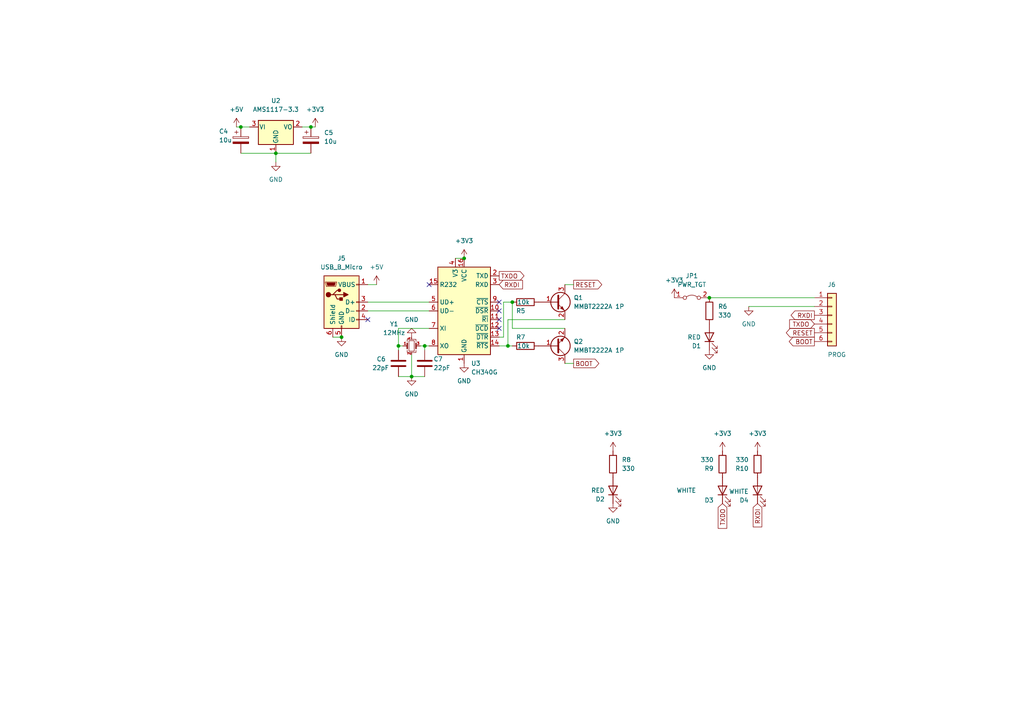
<source format=kicad_sch>
(kicad_sch (version 20211123) (generator eeschema)
  (paper "A4")
  (lib_symbols
    (symbol "Connector:USB_B_Micro" (pin_names (offset 1.016))
      (property "Reference" "J" (at -5.08 11.43 0))
      (property "Value" "USB_B_Micro" (at -5.08 8.89 0))
      (symbol "USB_B_Micro_0_1"
        (rectangle (start -5.08 -7.62) (end 5.08 7.62) (stroke (width 0.254)) (fill (type background)))
        (circle (center -3.81 2.159) (radius 0.635) (stroke (width 0.254)) (fill (type outline)))
        (circle (center -0.635 3.429) (radius 0.381) (stroke (width 0.254)) (fill (type outline)))
        (rectangle (start -0.127 -7.62) (end 0.127 -6.858))
        (polyline (pts (xy -1.905 2.159) (xy 0.635 2.159)) (stroke (width 0.254)))
        (polyline (pts (xy -3.175 2.159) (xy -2.54 2.159) (xy -1.27 3.429) (xy -0.635 3.429)) (stroke (width 0.254)))
        (polyline (pts (xy -2.54 2.159) (xy -1.905 2.159) (xy -1.27 0.889) (xy 0 0.889)) (stroke (width 0.254)))
        (polyline (pts (xy 0.635 2.794) (xy 0.635 1.524) (xy 1.905 2.159) (xy 0.635 2.794)) (stroke (width 0.254)) (fill (type outline)))
        (polyline (pts (xy -4.318 5.588) (xy -1.778 5.588) (xy -2.032 4.826) (xy -4.064 4.826) (xy -4.318 5.588)) (fill (type outline)))
        (polyline (pts (xy -4.699 5.842) (xy -4.699 5.588) (xy -4.445 4.826) (xy -4.445 4.572) (xy -1.651 4.572) (xy -1.651 4.826) (xy -1.397 5.588) (xy -1.397 5.842) (xy -4.699 5.842)))
        (rectangle (start 0.254 1.27) (end -0.508 0.508) (stroke (width 0.254)) (fill (type outline)))
        (rectangle (start 5.08 -5.207) (end 4.318 -4.953))
        (rectangle (start 5.08 -2.667) (end 4.318 -2.413))
        (rectangle (start 5.08 -0.127) (end 4.318 0.127))
        (rectangle (start 5.08 4.953) (end 4.318 5.207))
      )
      (symbol "USB_B_Micro_1_1"
        (pin power_out line (at 7.62 5.08 180) (length 2.54) (name "VBUS") (number "1"))
        (pin bidirectional line (at 7.62 -2.54 180) (length 2.54) (name "D-") (number "2"))
        (pin bidirectional line (at 7.62 0 180) (length 2.54) (name "D+") (number "3"))
        (pin passive line (at 7.62 -5.08 180) (length 2.54) (name "ID") (number "4"))
        (pin power_out line (at 0 -10.16 90) (length 2.54) (name "GND") (number "5"))
        (pin passive line (at -2.54 -10.16 90) (length 2.54) (name "Shield") (number "6"))
      )
    )
    (symbol "Connector_Generic:Conn_01x06" (pin_names (offset 1.016) hide)
      (property "Reference" "J" (at 0 7.62 0))
      (property "Value" "Conn_01x06" (at 0 -10.16 0))
      (symbol "Conn_01x06_1_1"
        (rectangle (start -1.27 -7.493) (end 0 -7.747) (stroke (width 0.1524)))
        (rectangle (start -1.27 -4.953) (end 0 -5.207) (stroke (width 0.1524)))
        (rectangle (start -1.27 -2.413) (end 0 -2.667) (stroke (width 0.1524)))
        (rectangle (start -1.27 0.127) (end 0 -0.127) (stroke (width 0.1524)))
        (rectangle (start -1.27 2.667) (end 0 2.413) (stroke (width 0.1524)))
        (rectangle (start -1.27 5.207) (end 0 4.953) (stroke (width 0.1524)))
        (rectangle (start -1.27 6.35) (end 1.27 -8.89) (stroke (width 0.254)) (fill (type background)))
        (pin passive line (at -5.08 5.08 0) (length 3.81) (name "Pin_1") (number "1"))
        (pin passive line (at -5.08 2.54 0) (length 3.81) (name "Pin_2") (number "2"))
        (pin passive line (at -5.08 0 0) (length 3.81) (name "Pin_3") (number "3"))
        (pin passive line (at -5.08 -2.54 0) (length 3.81) (name "Pin_4") (number "4"))
        (pin passive line (at -5.08 -5.08 0) (length 3.81) (name "Pin_5") (number "5"))
        (pin passive line (at -5.08 -7.62 0) (length 3.81) (name "Pin_6") (number "6"))
      )
    )
    (symbol "Device:C" (pin_numbers hide) (pin_names (offset 0.254))
      (property "Reference" "C" (at 0.635 2.54 0))
      (property "Value" "C" (at 0.635 -2.54 0))
      (symbol "C_0_1"
        (polyline (pts (xy -2.032 -0.762) (xy 2.032 -0.762)) (stroke (width 0.508)))
        (polyline (pts (xy -2.032 0.762) (xy 2.032 0.762)) (stroke (width 0.508)))
      )
      (symbol "C_1_1"
        (pin passive line (at 0 3.81 270) (length 2.794) (name "~") (number "1"))
        (pin passive line (at 0 -3.81 90) (length 2.794) (name "~") (number "2"))
      )
    )
    (symbol "Device:C_Polarized" (pin_numbers hide) (pin_names (offset 0.254))
      (property "Reference" "C" (at 0.635 2.54 0))
      (property "Value" "C_Polarized" (at 0.635 -2.54 0))
      (symbol "C_Polarized_0_1"
        (rectangle (start -2.286 0.508) (end 2.286 1.016))
        (polyline (pts (xy -1.778 2.286) (xy -0.762 2.286)))
        (polyline (pts (xy -1.27 2.794) (xy -1.27 1.778)))
        (rectangle (start 2.286 -0.508) (end -2.286 -1.016) (fill (type outline)))
      )
      (symbol "C_Polarized_1_1"
        (pin passive line (at 0 3.81 270) (length 2.794) (name "~") (number "1"))
        (pin passive line (at 0 -3.81 90) (length 2.794) (name "~") (number "2"))
      )
    )
    (symbol "Device:Crystal_GND24_Small" (pin_names (offset 1.016) hide)
      (property "Reference" "Y" (at 1.27 4.445 0))
      (property "Value" "Crystal_GND24_Small" (at 1.27 2.54 0))
      (symbol "Crystal_GND24_Small_0_1"
        (rectangle (start -0.762 -1.524) (end 0.762 1.524))
        (polyline (pts (xy -1.27 -0.762) (xy -1.27 0.762)) (stroke (width 0.381)))
        (polyline (pts (xy 1.27 -0.762) (xy 1.27 0.762)) (stroke (width 0.381)))
        (polyline (pts (xy -1.27 -1.27) (xy -1.27 -1.905) (xy 1.27 -1.905) (xy 1.27 -1.27)))
        (polyline (pts (xy -1.27 1.27) (xy -1.27 1.905) (xy 1.27 1.905) (xy 1.27 1.27)))
      )
      (symbol "Crystal_GND24_Small_1_1"
        (pin passive line (at -2.54 0 0) (length 1.27) (name "1") (number "1"))
        (pin passive line (at 0 -2.54 90) (length 0.635) (name "2") (number "2"))
        (pin passive line (at 2.54 0 180) (length 1.27) (name "3") (number "3"))
        (pin passive line (at 0 2.54 270) (length 0.635) (name "4") (number "4"))
      )
    )
    (symbol "Device:LED" (pin_numbers hide) (pin_names (offset 1.016) hide)
      (property "Reference" "D" (at 0 2.54 0))
      (property "Value" "LED" (at 0 -2.54 0))
      (symbol "LED_0_1"
        (polyline (pts (xy -1.27 -1.27) (xy -1.27 1.27)) (stroke (width 0.254)))
        (polyline (pts (xy -1.27 0) (xy 1.27 0)))
        (polyline (pts (xy 1.27 -1.27) (xy 1.27 1.27) (xy -1.27 0) (xy 1.27 -1.27)) (stroke (width 0.254)))
        (polyline (pts (xy -3.048 -0.762) (xy -4.572 -2.286) (xy -3.81 -2.286) (xy -4.572 -2.286) (xy -4.572 -1.524)))
        (polyline (pts (xy -1.778 -0.762) (xy -3.302 -2.286) (xy -2.54 -2.286) (xy -3.302 -2.286) (xy -3.302 -1.524)))
      )
      (symbol "LED_1_1"
        (pin passive line (at -3.81 0 0) (length 2.54) (name "K") (number "1"))
        (pin passive line (at 3.81 0 180) (length 2.54) (name "A") (number "2"))
      )
    )
    (symbol "Device:R" (pin_numbers hide) (pin_names (offset 0))
      (property "Reference" "R" (at 2.032 0 90))
      (property "Value" "R" (at 0 0 90))
      (symbol "R_0_1"
        (rectangle (start -1.016 -2.54) (end 1.016 2.54) (stroke (width 0.254)))
      )
      (symbol "R_1_1"
        (pin passive line (at 0 3.81 270) (length 1.27) (name "~") (number "1"))
        (pin passive line (at 0 -3.81 90) (length 1.27) (name "~") (number "2"))
      )
    )
    (symbol "Interface_USB:CH340G"
      (property "Reference" "U" (at -5.08 13.97 0))
      (property "Value" "CH340G" (at 1.27 13.97 0))
      (symbol "CH340G_0_1"
        (rectangle (start -7.62 12.7) (end 7.62 -12.7) (stroke (width 0.254)) (fill (type background)))
      )
      (symbol "CH340G_1_1"
        (pin power_in line (at 0 -15.24 90) (length 2.54) (name "GND") (number "1"))
        (pin input line (at 10.16 0 180) (length 2.54) (name "~{DSR}") (number "10"))
        (pin input line (at 10.16 -2.54 180) (length 2.54) (name "~{RI}") (number "11"))
        (pin input line (at 10.16 -5.08 180) (length 2.54) (name "~{DCD}") (number "12"))
        (pin output line (at 10.16 -7.62 180) (length 2.54) (name "~{DTR}") (number "13"))
        (pin output line (at 10.16 -10.16 180) (length 2.54) (name "~{RTS}") (number "14"))
        (pin input line (at -10.16 7.62 0) (length 2.54) (name "R232") (number "15"))
        (pin power_in line (at 0 15.24 270) (length 2.54) (name "VCC") (number "16"))
        (pin output line (at 10.16 10.16 180) (length 2.54) (name "TXD") (number "2"))
        (pin input line (at 10.16 7.62 180) (length 2.54) (name "RXD") (number "3"))
        (pin passive line (at -2.54 15.24 270) (length 2.54) (name "V3") (number "4"))
        (pin bidirectional line (at -10.16 2.54 0) (length 2.54) (name "UD+") (number "5"))
        (pin bidirectional line (at -10.16 0 0) (length 2.54) (name "UD-") (number "6"))
        (pin input line (at -10.16 -5.08 0) (length 2.54) (name "XI") (number "7"))
        (pin output line (at -10.16 -10.16 0) (length 2.54) (name "XO") (number "8"))
        (pin input line (at 10.16 2.54 180) (length 2.54) (name "~{CTS}") (number "9"))
      )
    )
    (symbol "Jumper:Jumper_2_Bridged" (pin_names (offset 0) hide)
      (property "Reference" "JP" (at 0 1.905 0))
      (property "Value" "Jumper_2_Bridged" (at 0 -2.54 0))
      (symbol "Jumper_2_Bridged_0_0"
        (circle (center -2.032 0) (radius 0.508))
        (circle (center 2.032 0) (radius 0.508))
      )
      (symbol "Jumper_2_Bridged_0_1"
        (arc (start 1.524 0.254) (mid 0 0.762) (end -1.524 0.254))
      )
      (symbol "Jumper_2_Bridged_1_1"
        (pin passive line (at -5.08 0 0) (length 2.54) (name "A") (number "1"))
        (pin passive line (at 5.08 0 180) (length 2.54) (name "B") (number "2"))
      )
    )
    (symbol "Regulator_Linear:AMS1117-3.3" (pin_names (offset 0.254))
      (property "Reference" "U" (at -3.81 3.175 0))
      (property "Value" "AMS1117-3.3" (at 0 3.175 0))
      (symbol "AMS1117-3.3_0_1"
        (rectangle (start -5.08 -5.08) (end 5.08 1.905) (stroke (width 0.254)) (fill (type background)))
      )
      (symbol "AMS1117-3.3_1_1"
        (pin power_in line (at 0 -7.62 90) (length 2.54) (name "GND") (number "1"))
        (pin power_out line (at 7.62 0 180) (length 2.54) (name "VO") (number "2"))
        (pin power_in line (at -7.62 0 0) (length 2.54) (name "VI") (number "3"))
      )
    )
    (symbol "Transistor_BJT:MMBT5551L" (pin_names (offset 0) hide)
      (property "Reference" "Q" (at 5.08 1.905 0))
      (property "Value" "MMBT5551L" (at 5.08 0 0))
      (symbol "MMBT5551L_0_1"
        (polyline (pts (xy 0.635 0.635) (xy 2.54 2.54)))
        (polyline (pts (xy 0.635 -0.635) (xy 2.54 -2.54) (xy 2.54 -2.54)))
        (polyline (pts (xy 0.635 1.905) (xy 0.635 -1.905) (xy 0.635 -1.905)) (stroke (width 0.508)))
        (polyline (pts (xy 1.27 -1.778) (xy 1.778 -1.27) (xy 2.286 -2.286) (xy 1.27 -1.778) (xy 1.27 -1.778)) (fill (type outline)))
        (circle (center 1.27 0) (radius 2.8194) (stroke (width 0.254)))
      )
      (symbol "MMBT5551L_1_1"
        (pin input line (at -5.08 0 0) (length 5.715) (name "B") (number "1"))
        (pin passive line (at 2.54 -5.08 90) (length 2.54) (name "E") (number "2"))
        (pin passive line (at 2.54 5.08 270) (length 2.54) (name "C") (number "3"))
      )
    )
    (symbol "power:+3V3" (power) (pin_names (offset 0))
      (property "Value" "+3V3" (at 0 3.556 0))
      (symbol "+3V3_0_1"
        (polyline (pts (xy -0.762 1.27) (xy 0 2.54)))
        (polyline (pts (xy 0 0) (xy 0 2.54)))
        (polyline (pts (xy 0 2.54) (xy 0.762 1.27)))
      )
      (symbol "+3V3_1_1"
        (pin power_in line (at 0 0 90) (length 0) hide (name "+3V3") (number "1"))
      )
    )
    (symbol "power:+5V" (power) (pin_names (offset 0))
      (property "Value" "+5V" (at 0 3.556 0))
      (symbol "+5V_0_1"
        (polyline (pts (xy -0.762 1.27) (xy 0 2.54)))
        (polyline (pts (xy 0 0) (xy 0 2.54)))
        (polyline (pts (xy 0 2.54) (xy 0.762 1.27)))
      )
      (symbol "+5V_1_1"
        (pin power_in line (at 0 0 90) (length 0) hide (name "+5V") (number "1"))
      )
    )
    (symbol "power:GND" (power) (pin_names (offset 0))
      (property "Value" "GND" (at 0 -3.81 0))
      (symbol "GND_0_1"
        (polyline (pts (xy 0 0) (xy 0 -1.27) (xy 1.27 -1.27) (xy 0 -2.54) (xy -1.27 -1.27) (xy 0 -1.27)))
      )
      (symbol "GND_1_1"
        (pin power_in line (at 0 0 270) (length 0) hide (name "GND") (number "1"))
      )
    )
  )
  (junction (at 69.85 36.83))
  (junction (at 147.32 100.33))
  (junction (at 123.19 100.33))
  (junction (at 80.01 44.45))
  (junction (at 119.38 109.22))
  (junction (at 115.57 100.33))
  (junction (at 134.62 74.93))
  (junction (at 90.17 36.83))
  (junction (at 205.74 86.36))
  (junction (at 148.59 87.63))
  (junction (at 99.06 97.79))
  (no_connect (at 144.78 95.25))
  (no_connect (at 144.78 92.71))
  (no_connect (at 144.78 90.17))
  (no_connect (at 144.78 87.63))
  (no_connect (at 106.68 92.71))
  (no_connect (at 124.46 82.55))
  (wire (pts (xy 96.52 97.79) (xy 99.06 97.79)))
  (wire (pts (xy 147.32 100.33) (xy 148.59 100.33)))
  (wire (pts (xy 90.17 36.83) (xy 91.44 36.83)))
  (wire (pts (xy 163.83 105.41) (xy 166.37 105.41)))
  (wire (pts (xy 217.17 88.9) (xy 236.22 88.9)))
  (wire (pts (xy 119.38 102.87) (xy 119.38 109.22)))
  (wire (pts (xy 80.01 44.45) (xy 80.01 46.99)))
  (wire (pts (xy 146.05 87.63) (xy 148.59 87.63)))
  (wire (pts (xy 115.57 100.33) (xy 115.57 95.25)))
  (wire (pts (xy 144.78 100.33) (xy 147.32 100.33)))
  (wire (pts (xy 163.83 92.71) (xy 147.32 92.71)))
  (wire (pts (xy 147.32 92.71) (xy 147.32 100.33)))
  (wire (pts (xy 123.19 100.33) (xy 124.46 100.33)))
  (wire (pts (xy 132.08 74.93) (xy 134.62 74.93)))
  (wire (pts (xy 87.63 36.83) (xy 90.17 36.83)))
  (wire (pts (xy 69.85 36.83) (xy 72.39 36.83)))
  (wire (pts (xy 123.19 100.33) (xy 123.19 101.6)))
  (wire (pts (xy 205.74 86.36) (xy 236.22 86.36)))
  (wire (pts (xy 148.59 95.25) (xy 148.59 87.63)))
  (wire (pts (xy 69.85 44.45) (xy 80.01 44.45)))
  (wire (pts (xy 163.83 95.25) (xy 148.59 95.25)))
  (wire (pts (xy 119.38 109.22) (xy 123.19 109.22)))
  (wire (pts (xy 115.57 95.25) (xy 124.46 95.25)))
  (wire (pts (xy 146.05 97.79) (xy 146.05 87.63)))
  (wire (pts (xy 115.57 101.6) (xy 115.57 100.33)))
  (wire (pts (xy 106.68 90.17) (xy 124.46 90.17)))
  (wire (pts (xy 115.57 109.22) (xy 119.38 109.22)))
  (wire (pts (xy 106.68 87.63) (xy 124.46 87.63)))
  (wire (pts (xy 163.83 82.55) (xy 166.37 82.55)))
  (wire (pts (xy 80.01 44.45) (xy 90.17 44.45)))
  (wire (pts (xy 115.57 100.33) (xy 116.84 100.33)))
  (wire (pts (xy 144.78 97.79) (xy 146.05 97.79)))
  (wire (pts (xy 68.58 36.83) (xy 69.85 36.83)))
  (wire (pts (xy 121.92 100.33) (xy 123.19 100.33)))
  (wire (pts (xy 106.68 82.55) (xy 109.22 82.55)))
  (global_label "RXDI" (shape input) (at 219.71 146.05 270) (property "Intersheet References" "${INTERSHEET_REFS}" (effects hide)))
  (global_label "TXDO" (shape output) (at 144.78 80.01 0) (property "Intersheet References" "${INTERSHEET_REFS}" (effects hide)))
  (global_label "RESET" (shape output) (at 236.22 96.52 180) (property "Intersheet References" "${INTERSHEET_REFS}" (effects hide)))
  (global_label "RXDI" (shape input) (at 144.78 82.55 0) (property "Intersheet References" "${INTERSHEET_REFS}" (effects hide)))
  (global_label "RXDI" (shape output) (at 236.22 91.44 180) (property "Intersheet References" "${INTERSHEET_REFS}" (effects hide)))
  (global_label "BOOT" (shape output) (at 236.22 99.06 180) (property "Intersheet References" "${INTERSHEET_REFS}" (effects hide)))
  (global_label "TXDO" (shape input) (at 209.55 146.05 270) (property "Intersheet References" "${INTERSHEET_REFS}" (effects hide)))
  (global_label "TXDO" (shape input) (at 236.22 93.98 180) (property "Intersheet References" "${INTERSHEET_REFS}" (effects hide)))
  (global_label "RESET" (shape output) (at 166.37 82.55 0) (property "Intersheet References" "${INTERSHEET_REFS}" (effects hide)))
  (global_label "BOOT" (shape output) (at 166.37 105.41 0) (property "Intersheet References" "${INTERSHEET_REFS}" (effects hide)))
  (symbol (lib_id "Device:R") (at 152.4 87.63 90) (unit 1)
    (property "Reference" "R5" (at 152.4 90.17 90) (effects (justify left)))
    (property "Value" "10k" (at 153.67 87.63 90) (effects (justify left)))
    (property "Footprint" "Resistor_SMD:R_0603_1608Metric" (effects hide))
    (property "LCSC" "C25804" (effects hide))
  )
  (symbol (lib_id "Device:R") (at 205.74 90.17 0) (unit 1)
    (property "Reference" "R6" (at 208.28 88.8999 0) (effects (justify left)))
    (property "Value" "330" (at 208.28 91.4399 0) (effects (justify left)))
    (property "Footprint" "Resistor_SMD:R_0603_1608Metric" (effects hide))
    (property "LCSC" "C23138" (effects hide))
  )
  (symbol (lib_id "power:GND") (at 205.74 101.6 0) (unit 1)
    (property "Reference" "#PWR026" (effects hide))
    (property "Value" "GND" (at 205.74 106.68 0))
  )
  (symbol (lib_id "Device:C_Polarized") (at 69.85 40.64 0) (unit 1)
    (property "Reference" "C4" (at 63.5 38.1 0) (effects (justify left)))
    (property "Value" "10u" (at 63.5 40.64 0) (effects (justify left)))
    (property "Footprint" "Capacitor_Tantalum_SMD:CP_EIA-3216-18_Kemet-A" (effects hide))
    (property "LCSC" "C7171" (effects hide))
    (property "JLCPCB_CORRECTION" "0; 0; 180" (effects hide))
  )
  (symbol (lib_id "Device:LED") (at 209.55 142.24 90) (unit 1)
    (property "Reference" "D3" (at 207.01 145.0976 90) (effects (justify left)))
    (property "Value" "WHITE" (at 201.93 142.24 90) (effects (justify left)))
    (property "Footprint" "LED_SMD:LED_0603_1608Metric" (effects hide))
    (property "LCSC" "C2290" (effects hide))
  )
  (symbol (lib_id "Device:LED") (at 219.71 142.24 90) (unit 1)
    (property "Reference" "D4" (at 217.17 145.0976 90) (effects (justify left)))
    (property "Value" "WHITE" (at 217.17 142.5576 90) (effects (justify left)))
    (property "Footprint" "LED_SMD:LED_0603_1608Metric" (effects hide))
    (property "LCSC" "C2290" (effects hide))
  )
  (symbol (lib_id "power:GND") (at 177.8 146.05 0) (unit 1)
    (property "Reference" "#PWR032" (effects hide))
    (property "Value" "GND" (at 177.8 151.13 0))
  )
  (symbol (lib_id "Device:C_Polarized") (at 90.17 40.64 0) (unit 1)
    (property "Reference" "C5" (at 93.98 38.4809 0) (effects (justify left)))
    (property "Value" "10u" (at 93.98 41.0209 0) (effects (justify left)))
    (property "Footprint" "Capacitor_Tantalum_SMD:CP_EIA-3216-18_Kemet-A" (effects hide))
    (property "LCSC" "C7171" (effects hide))
    (property "JLCPCB_CORRECTION" "0; 0; 180" (effects hide))
  )
  (symbol (lib_id "Device:R") (at 209.55 134.62 180) (unit 1)
    (property "Reference" "R9" (at 207.01 135.8901 0) (effects (justify left)))
    (property "Value" "330" (at 207.01 133.3501 0) (effects (justify left)))
    (property "Footprint" "Resistor_SMD:R_0603_1608Metric" (effects hide))
    (property "LCSC" "C23138" (effects hide))
  )
  (symbol (lib_id "power:+3V3") (at 177.8 130.81 0) (unit 1)
    (property "Reference" "#PWR029" (effects hide))
    (property "Value" "+3V3" (at 177.8 125.73 0))
  )
  (symbol (lib_id "power:GND") (at 134.62 105.41 0) (unit 1)
    (property "Reference" "#PWR027" (effects hide))
    (property "Value" "GND" (at 134.62 110.49 0))
  )
  (symbol (lib_id "Device:LED") (at 205.74 97.79 90) (unit 1)
    (property "Reference" "D1" (at 200.66 100.33 90) (effects (justify right)))
    (property "Value" "RED" (at 199.39 97.79 90) (effects (justify right)))
    (property "Footprint" "LED_SMD:LED_0603_1608Metric" (effects hide))
    (property "LCSC" "C2286" (effects hide))
  )
  (symbol (lib_id "Connector:USB_B_Micro") (at 99.06 87.63 0) (unit 1)
    (property "Reference" "J5" (at 99.06 74.93 0))
    (property "Value" "USB_B_Micro" (at 99.06 77.47 0))
    (property "Footprint" "USB Micro-B:XKB_U254_051N_4BH806" (effects hide))
    (property "LCSC" "C319170" (effects hide))
    (property "JLCPCB_CORRECTION" "0; 0; 270" (effects hide))
  )
  (symbol (lib_id "Device:R") (at 219.71 134.62 180) (unit 1)
    (property "Reference" "R10" (at 217.17 135.8901 0) (effects (justify left)))
    (property "Value" "330" (at 217.17 133.3501 0) (effects (justify left)))
    (property "Footprint" "Resistor_SMD:R_0603_1608Metric" (effects hide))
    (property "LCSC" "C23138" (effects hide))
  )
  (symbol (lib_id "Device:R") (at 177.8 134.62 0) (unit 1)
    (property "Reference" "R8" (at 180.34 133.3499 0) (effects (justify left)))
    (property "Value" "330" (at 180.34 135.8899 0) (effects (justify left)))
    (property "Footprint" "Resistor_SMD:R_0603_1608Metric" (effects hide))
    (property "LCSC" "C23138" (effects hide))
  )
  (symbol (lib_id "power:GND") (at 80.01 46.99 0) (unit 1)
    (property "Reference" "#PWR019" (effects hide))
    (property "Value" "GND" (at 80.01 52.07 0))
  )
  (symbol (lib_id "Transistor_BJT:MMBT5551L") (at 161.29 87.63 0) (unit 1)
    (property "Reference" "Q1" (at 166.37 86.3599 0) (effects (justify left)))
    (property "Value" "MMBT2222A 1P" (at 166.37 88.8999 0) (effects (justify left)))
    (property "Footprint" "Package_TO_SOT_SMD:SOT-23" (effects hide))
    (property "Datasheet" "https://datasheet.lcsc.com/lcsc/1811081957_Jiangsu-Changjing-Electronics-Technology-Co---Ltd--MMBT2222A-1P_C8512.pdf" (effects hide))
    (property "LCSC" "C8512" (effects hide))
    (property "JLCPCB_CORRECTION" "0; 0; 180" (effects hide))
  )
  (symbol (lib_id "power:+5V") (at 109.22 82.55 0) (unit 1)
    (property "Reference" "#PWR021" (effects hide))
    (property "Value" "+5V" (at 109.22 77.47 0))
  )
  (symbol (lib_id "Device:Crystal_GND24_Small") (at 119.38 100.33 0) (unit 1)
    (property "Reference" "Y1" (at 114.3 93.98 0))
    (property "Value" "12MHz" (at 114.3 96.52 0))
    (property "Footprint" "Crystal:Crystal_SMD_3225-4Pin_3.2x2.5mm" (effects hide))
    (property "LCSC" "C9002" (effects hide))
  )
  (symbol (lib_id "Jumper:Jumper_2_Bridged") (at 200.66 86.36 0) (unit 1)
    (property "Reference" "JP1" (at 200.66 80.01 0))
    (property "Value" "PWR_TGT" (at 200.66 82.55 0))
    (property "Footprint" "Connector_PinHeader_2.54mm:PinHeader_1x02_P2.54mm_Vertical" (effects hide))
  )
  (symbol (lib_id "power:+3V3") (at 219.71 130.81 0) (unit 1)
    (property "Reference" "#PWR031" (effects hide))
    (property "Value" "+3V3" (at 219.71 125.73 0))
  )
  (symbol (lib_id "Device:LED") (at 177.8 142.24 90) (unit 1)
    (property "Reference" "D2" (at 172.72 144.78 90) (effects (justify right)))
    (property "Value" "RED" (at 171.45 142.24 90) (effects (justify right)))
    (property "Footprint" "LED_SMD:LED_0603_1608Metric" (effects hide))
    (property "LCSC" "C2286" (effects hide))
  )
  (symbol (lib_id "Device:R") (at 152.4 100.33 90) (unit 1)
    (property "Reference" "R7" (at 152.4 97.79 90) (effects (justify left)))
    (property "Value" "10k" (at 153.67 100.33 90) (effects (justify left)))
    (property "Footprint" "Resistor_SMD:R_0603_1608Metric" (effects hide))
    (property "LCSC" "C25804" (effects hide))
  )
  (symbol (lib_id "Transistor_BJT:MMBT5551L") (at 161.29 100.33 0) (mirror x) (unit 1)
    (property "Reference" "Q2" (at 166.37 99.0599 0) (effects (justify left)))
    (property "Value" "MMBT2222A 1P" (at 166.37 101.5999 0) (effects (justify left)))
    (property "Footprint" "Package_TO_SOT_SMD:SOT-23" (effects hide))
    (property "Datasheet" "https://datasheet.lcsc.com/lcsc/1811081957_Jiangsu-Changjing-Electronics-Technology-Co---Ltd--MMBT2222A-1P_C8512.pdf" (effects hide))
    (property "LCSC" "C8512" (effects hide))
    (property "JLCPCB_CORRECTION" "0; 0; 180" (effects hide))
  )
  (symbol (lib_id "power:+5V") (at 68.58 36.83 0) (unit 1)
    (property "Reference" "#PWR017" (effects hide))
    (property "Value" "+5V" (at 68.58 31.75 0))
  )
  (symbol (lib_id "power:+3V3") (at 134.62 74.93 0) (unit 1)
    (property "Reference" "#PWR020" (effects hide))
    (property "Value" "+3V3" (at 134.62 69.85 0))
  )
  (symbol (lib_id "Device:C") (at 123.19 105.41 0) (unit 1)
    (property "Reference" "C7" (at 125.73 104.14 0) (effects (justify left)))
    (property "Value" "22pF" (at 125.73 106.68 0) (effects (justify left)))
    (property "Footprint" "Capacitor_SMD:C_0402_1005Metric" (effects hide))
    (property "LCSC" "C1555" (effects hide))
  )
  (symbol (lib_id "Interface_USB:CH340G") (at 134.62 90.17 0) (unit 1)
    (property "Reference" "U3" (at 136.6394 105.41 0) (effects (justify left)))
    (property "Value" "CH340G" (at 136.6394 107.95 0) (effects (justify left)))
    (property "Footprint" "Package_SO:SOIC-16_3.9x9.9mm_P1.27mm" (effects hide))
    (property "Datasheet" "http://www.datasheet5.com/pdf-local-2195953" (effects hide))
    (property "LCSC" "C14267" (effects hide))
    (property "JLCPCB_CORRECTION" "0; 0; 270" (effects hide))
  )
  (symbol (lib_id "power:GND") (at 99.06 97.79 0) (unit 1)
    (property "Reference" "#PWR024" (effects hide))
    (property "Value" "GND" (at 99.06 102.87 0))
  )
  (symbol (lib_id "Device:C") (at 115.57 105.41 0) (unit 1)
    (property "Reference" "C6" (at 109.22 104.14 0) (effects (justify left)))
    (property "Value" "22pF" (at 107.95 106.68 0) (effects (justify left)))
    (property "Footprint" "Capacitor_SMD:C_0402_1005Metric" (effects hide))
    (property "LCSC" "C1555" (effects hide))
  )
  (symbol (lib_id "power:GND") (at 217.17 88.9 0) (unit 1)
    (property "Reference" "#PWR023" (effects hide))
    (property "Value" "GND" (at 217.17 93.98 0))
  )
  (symbol (lib_id "power:+3V3") (at 91.44 36.83 0) (unit 1)
    (property "Reference" "#PWR018" (effects hide))
    (property "Value" "+3V3" (at 91.44 31.75 0))
  )
  (symbol (lib_id "Regulator_Linear:AMS1117-3.3") (at 80.01 36.83 0) (unit 1)
    (property "Reference" "U2" (at 80.01 29.21 0))
    (property "Value" "AMS1117-3.3" (at 80.01 31.75 0))
    (property "Footprint" "Package_TO_SOT_SMD:SOT-223-3_TabPin2" (effects hide))
    (property "Datasheet" "http://www.advanced-monolithic.com/pdf/ds1117.pdf" (effects hide))
    (property "LCSC" "C6186" (effects hide))
    (property "JLCPCB_CORRECTION" "0; 0; 180" (effects hide))
  )
  (symbol (lib_id "power:+3V3") (at 195.58 86.36 0) (unit 1)
    (property "Reference" "#PWR022" (effects hide))
    (property "Value" "+3V3" (at 195.58 81.28 0))
  )
  (symbol (lib_id "power:+3V3") (at 209.55 130.81 0) (unit 1)
    (property "Reference" "#PWR030" (effects hide))
    (property "Value" "+3V3" (at 209.55 125.73 0))
  )
  (symbol (lib_id "power:GND") (at 119.38 109.22 0) (unit 1)
    (property "Reference" "#PWR028" (effects hide))
    (property "Value" "GND" (at 119.38 114.3 0))
  )
  (symbol (lib_id "Connector_Generic:Conn_01x06") (at 241.3 91.44 0) (unit 1)
    (property "Reference" "J6" (at 240.03 82.55 0) (effects (justify left)))
    (property "Value" "PROG" (at 240.03 102.87 0) (effects (justify left)))
    (property "Footprint" "Connector_PinSocket_2.54mm:PinSocket_1x06_P2.54mm_Vertical" (effects hide))
  )
  (symbol (lib_id "power:GND") (at 119.38 97.79 180) (unit 1)
    (property "Reference" "#PWR025" (effects hide))
    (property "Value" "GND" (at 119.38 92.71 0))
  )
)
</source>
